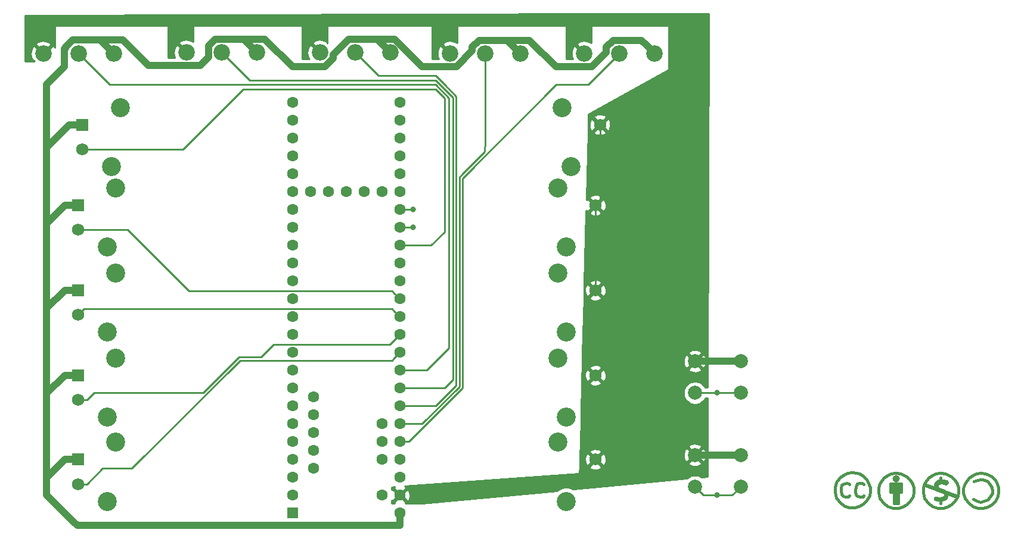
<source format=gbr>
%TF.GenerationSoftware,KiCad,Pcbnew,(5.1.4-0-10_14)*%
%TF.CreationDate,2020-08-04T22:12:35+02:00*%
%TF.ProjectId,usb-teensy3.6_kicad,7573622d-7465-4656-9e73-79332e365f6b,rev?*%
%TF.SameCoordinates,Original*%
%TF.FileFunction,Copper,L1,Top*%
%TF.FilePolarity,Positive*%
%FSLAX46Y46*%
G04 Gerber Fmt 4.6, Leading zero omitted, Abs format (unit mm)*
G04 Created by KiCad (PCBNEW (5.1.4-0-10_14)) date 2020-08-04 22:12:35*
%MOMM*%
%LPD*%
G04 APERTURE LIST*
%ADD10C,0.381000*%
%ADD11C,2.700000*%
%ADD12C,1.750000*%
%ADD13R,1.750000X1.750000*%
%ADD14C,1.600000*%
%ADD15R,1.600000X1.600000*%
%ADD16C,2.340000*%
%ADD17C,2.000000*%
%ADD18C,0.800000*%
%ADD19C,0.250000*%
%ADD20C,1.000000*%
%ADD21C,0.254000*%
G04 APERTURE END LIST*
D10*
X201409440Y-141644700D02*
X200810000Y-141545640D01*
X201810760Y-141743760D02*
X201409440Y-141644700D01*
X202311140Y-142046020D02*
X201810760Y-141743760D01*
X202808980Y-142543860D02*
X202311140Y-142046020D01*
X203111240Y-143044240D02*
X202808980Y-142543860D01*
X203309360Y-143646220D02*
X203111240Y-143044240D01*
X203309360Y-144245660D02*
X203309360Y-143646220D01*
X203210300Y-144845100D02*
X203309360Y-144245660D01*
X202808980Y-145546140D02*
X203210300Y-144845100D01*
X202311140Y-146043980D02*
X202808980Y-145546140D01*
X201709160Y-146346240D02*
X202311140Y-146043980D01*
X201109720Y-146544360D02*
X201709160Y-146346240D01*
X200309620Y-146544360D02*
X201109720Y-146544360D01*
X199611120Y-146244640D02*
X200309620Y-146544360D01*
X199110740Y-145845860D02*
X199611120Y-146244640D01*
X198508760Y-145144820D02*
X199110740Y-145845860D01*
X198310640Y-144344720D02*
X198508760Y-145144820D01*
X198310640Y-143745280D02*
X198310640Y-144344720D01*
X198409700Y-143244900D02*
X198310640Y-143745280D01*
X198610360Y-142846120D02*
X198409700Y-143244900D01*
X199110740Y-142244140D02*
X198610360Y-142846120D01*
X199611120Y-141845360D02*
X199110740Y-142244140D01*
X200108960Y-141644700D02*
X199611120Y-141845360D01*
X200710940Y-141545640D02*
X200108960Y-141644700D01*
X200810000Y-141545640D02*
X200710940Y-141545640D01*
X200210560Y-145045760D02*
X200411220Y-144845100D01*
X199809240Y-145045760D02*
X200210560Y-145045760D01*
X199509520Y-144944160D02*
X199809240Y-145045760D01*
X199308860Y-144644440D02*
X199509520Y-144944160D01*
X199209800Y-144144060D02*
X199308860Y-144644440D01*
X199209800Y-143745280D02*
X199209800Y-144144060D01*
X199308860Y-143343960D02*
X199209800Y-143745280D01*
X199611120Y-143145840D02*
X199308860Y-143343960D01*
X200009900Y-143044240D02*
X199611120Y-143145840D01*
X200309620Y-143145840D02*
X200009900Y-143044240D01*
X200411220Y-143244900D02*
X200309620Y-143145840D01*
X202311140Y-145045760D02*
X202410200Y-144845100D01*
X202008880Y-145045760D02*
X202311140Y-145045760D01*
X201810760Y-145045760D02*
X202008880Y-145045760D01*
X201409440Y-144845100D02*
X201810760Y-145045760D01*
X201208780Y-144443780D02*
X201409440Y-144845100D01*
X201208780Y-144045000D02*
X201208780Y-144443780D01*
X201310380Y-143544620D02*
X201208780Y-144045000D01*
X201511040Y-143145840D02*
X201310380Y-143544620D01*
X201810760Y-143044240D02*
X201511040Y-143145840D01*
X202110480Y-143044240D02*
X201810760Y-143044240D01*
X202311140Y-143145840D02*
X202110480Y-143044240D01*
X202410200Y-143244900D02*
X202311140Y-143145840D01*
X207609440Y-141744700D02*
X207010000Y-141645640D01*
X208010760Y-141843760D02*
X207609440Y-141744700D01*
X208511140Y-142146020D02*
X208010760Y-141843760D01*
X209008980Y-142643860D02*
X208511140Y-142146020D01*
X209311240Y-143144240D02*
X209008980Y-142643860D01*
X209509360Y-143746220D02*
X209311240Y-143144240D01*
X209509360Y-144345660D02*
X209509360Y-143746220D01*
X209410300Y-144945100D02*
X209509360Y-144345660D01*
X209008980Y-145646140D02*
X209410300Y-144945100D01*
X208511140Y-146143980D02*
X209008980Y-145646140D01*
X207909160Y-146446240D02*
X208511140Y-146143980D01*
X207309720Y-146644360D02*
X207909160Y-146446240D01*
X206509620Y-146644360D02*
X207309720Y-146644360D01*
X205811120Y-146344640D02*
X206509620Y-146644360D01*
X205310740Y-145945860D02*
X205811120Y-146344640D01*
X204708760Y-145244820D02*
X205310740Y-145945860D01*
X204510640Y-144444720D02*
X204708760Y-145244820D01*
X204510640Y-143845280D02*
X204510640Y-144444720D01*
X204609700Y-143344900D02*
X204510640Y-143845280D01*
X204810360Y-142946120D02*
X204609700Y-143344900D01*
X205310740Y-142344140D02*
X204810360Y-142946120D01*
X205811120Y-141945360D02*
X205310740Y-142344140D01*
X206308960Y-141744700D02*
X205811120Y-141945360D01*
X206910940Y-141645640D02*
X206308960Y-141744700D01*
X207010000Y-141645640D02*
X206910940Y-141645640D01*
X207325666Y-142445740D02*
G75*
G03X207325666Y-142445740I-315666J0D01*
G01*
X206209900Y-144345660D02*
X206209900Y-143144240D01*
X207711040Y-144345660D02*
X206209900Y-144345660D01*
X207711040Y-143144240D02*
X207711040Y-144345660D01*
X206209900Y-143144240D02*
X207711040Y-143144240D01*
X206710280Y-145945860D02*
X207210660Y-145945860D01*
X206710280Y-144444720D02*
X206710280Y-145945860D01*
X207309720Y-145945860D02*
X207309720Y-144345660D01*
X207109060Y-145945860D02*
X207309720Y-145945860D01*
X207010000Y-144444720D02*
X207010000Y-145745200D01*
X206209900Y-144045940D02*
X207510380Y-144045940D01*
X207510380Y-143746220D02*
X206308960Y-143746220D01*
X206308960Y-143443960D02*
X207609440Y-143443960D01*
X207010000Y-142245080D02*
X207010000Y-142643860D01*
X213959440Y-141744700D02*
X213360000Y-141645640D01*
X214360760Y-141843760D02*
X213959440Y-141744700D01*
X214861140Y-142146020D02*
X214360760Y-141843760D01*
X215358980Y-142643860D02*
X214861140Y-142146020D01*
X215661240Y-143144240D02*
X215358980Y-142643860D01*
X215859360Y-143746220D02*
X215661240Y-143144240D01*
X215859360Y-144345660D02*
X215859360Y-143746220D01*
X215760300Y-144945100D02*
X215859360Y-144345660D01*
X215358980Y-145646140D02*
X215760300Y-144945100D01*
X214861140Y-146143980D02*
X215358980Y-145646140D01*
X214259160Y-146446240D02*
X214861140Y-146143980D01*
X213659720Y-146644360D02*
X214259160Y-146446240D01*
X212859620Y-146644360D02*
X213659720Y-146644360D01*
X212161120Y-146344640D02*
X212859620Y-146644360D01*
X211660740Y-145945860D02*
X212161120Y-146344640D01*
X211058760Y-145244820D02*
X211660740Y-145945860D01*
X210860640Y-144444720D02*
X211058760Y-145244820D01*
X210860640Y-143845280D02*
X210860640Y-144444720D01*
X210959700Y-143344900D02*
X210860640Y-143845280D01*
X211160360Y-142946120D02*
X210959700Y-143344900D01*
X211660740Y-142344140D02*
X211160360Y-142946120D01*
X212161120Y-141945360D02*
X211660740Y-142344140D01*
X212658960Y-141744700D02*
X212161120Y-141945360D01*
X213260940Y-141645640D02*
X212658960Y-141744700D01*
X213360000Y-141645640D02*
X213260940Y-141645640D01*
X214061040Y-143144240D02*
X214259160Y-142946120D01*
X213758780Y-143045180D02*
X214061040Y-143144240D01*
X213459060Y-142946120D02*
X213758780Y-143045180D01*
X213060280Y-143045180D02*
X213459060Y-142946120D01*
X212859620Y-143245840D02*
X213060280Y-143045180D01*
X212760560Y-143443960D02*
X212859620Y-143245840D01*
X212859620Y-143746220D02*
X212760560Y-143443960D01*
X213060280Y-143944340D02*
X212859620Y-143746220D01*
X213659720Y-144045940D02*
X213060280Y-143944340D01*
X214061040Y-144345660D02*
X213659720Y-144045940D01*
X214160100Y-144645380D02*
X214061040Y-144345660D01*
X214160100Y-144945100D02*
X214160100Y-144645380D01*
X214061040Y-145145760D02*
X214160100Y-144945100D01*
X213860380Y-145343880D02*
X214061040Y-145145760D01*
X213560660Y-145445480D02*
X213860380Y-145343880D01*
X212859620Y-145445480D02*
X213560660Y-145445480D01*
X212559900Y-145343880D02*
X212859620Y-145445480D01*
X212559900Y-145145760D02*
X212559900Y-145343880D01*
X212658960Y-145145760D02*
X212559900Y-145145760D01*
X213159340Y-145244820D02*
X212658960Y-145145760D01*
X213659720Y-145145760D02*
X213159340Y-145244820D01*
X213959440Y-144945100D02*
X213659720Y-145145760D01*
X213959440Y-144543780D02*
X213959440Y-144945100D01*
X213659720Y-144345660D02*
X213959440Y-144543780D01*
X212859620Y-144045940D02*
X213659720Y-144345660D01*
X212658960Y-143845280D02*
X212859620Y-144045940D01*
X212559900Y-143545560D02*
X212658960Y-143845280D01*
X212559900Y-143245840D02*
X212559900Y-143545560D01*
X212658960Y-143045180D02*
X212559900Y-143245840D01*
X212859620Y-142844520D02*
X212658960Y-143045180D01*
X213060280Y-142745460D02*
X212859620Y-142844520D01*
X213758780Y-142745460D02*
X213060280Y-142745460D01*
X214160100Y-142844520D02*
X213758780Y-142745460D01*
X214259160Y-142946120D02*
X214160100Y-142844520D01*
X211058760Y-143245840D02*
X215760300Y-144945100D01*
X210959700Y-143344900D02*
X215559640Y-145044160D01*
X213360000Y-142643860D02*
X213360000Y-142344140D01*
X213360000Y-145945860D02*
X213360000Y-145844260D01*
X213360000Y-145445480D02*
X213360000Y-145945860D01*
X219674440Y-141744700D02*
X219075000Y-141645640D01*
X220075760Y-141843760D02*
X219674440Y-141744700D01*
X220576140Y-142146020D02*
X220075760Y-141843760D01*
X221073980Y-142643860D02*
X220576140Y-142146020D01*
X221376240Y-143144240D02*
X221073980Y-142643860D01*
X221574360Y-143746220D02*
X221376240Y-143144240D01*
X221574360Y-144345660D02*
X221574360Y-143746220D01*
X221475300Y-144945100D02*
X221574360Y-144345660D01*
X221073980Y-145646140D02*
X221475300Y-144945100D01*
X220576140Y-146143980D02*
X221073980Y-145646140D01*
X219974160Y-146446240D02*
X220576140Y-146143980D01*
X219374720Y-146644360D02*
X219974160Y-146446240D01*
X218574620Y-146644360D02*
X219374720Y-146644360D01*
X217876120Y-146344640D02*
X218574620Y-146644360D01*
X217375740Y-145945860D02*
X217876120Y-146344640D01*
X216773760Y-145244820D02*
X217375740Y-145945860D01*
X216575640Y-144444720D02*
X216773760Y-145244820D01*
X216575640Y-143845280D02*
X216575640Y-144444720D01*
X216674700Y-143344900D02*
X216575640Y-143845280D01*
X216875360Y-142946120D02*
X216674700Y-143344900D01*
X217375740Y-142344140D02*
X216875360Y-142946120D01*
X217876120Y-141945360D02*
X217375740Y-142344140D01*
X218373960Y-141744700D02*
X217876120Y-141945360D01*
X218975940Y-141645640D02*
X218373960Y-141744700D01*
X219075000Y-141645640D02*
X218975940Y-141645640D01*
X218574620Y-142643860D02*
X218074240Y-142844520D01*
X218975940Y-142544800D02*
X218574620Y-142643860D01*
X219374720Y-142544800D02*
X218975940Y-142544800D01*
X219974160Y-142844520D02*
X219374720Y-142544800D01*
X220273880Y-143144240D02*
X219974160Y-142844520D01*
X220576140Y-143644620D02*
X220273880Y-143144240D01*
X220675200Y-144145000D02*
X220576140Y-143644620D01*
X220675200Y-144543780D02*
X220675200Y-144145000D01*
X220375480Y-145044160D02*
X220675200Y-144543780D01*
X219974160Y-145445480D02*
X220375480Y-145044160D01*
X219473780Y-145646140D02*
X219974160Y-145445480D01*
X218975940Y-145745200D02*
X219473780Y-145646140D01*
X218475560Y-145646140D02*
X218975940Y-145745200D01*
X217975180Y-145343880D02*
X218475560Y-145646140D01*
D11*
X160155000Y-121590000D03*
X94955000Y-121590000D03*
X158955000Y-113190000D03*
X96155000Y-113190000D03*
D12*
X164305000Y-115640000D03*
X90805000Y-119140000D03*
D13*
X90805000Y-115640000D03*
D11*
X160155000Y-145650000D03*
X94955000Y-145650000D03*
X158955000Y-137250000D03*
X96155000Y-137250000D03*
D12*
X164305000Y-139700000D03*
X90805000Y-143200000D03*
D13*
X90805000Y-139700000D03*
D14*
X124285000Y-130810000D03*
X124285000Y-133350000D03*
X124285000Y-135890000D03*
X124285000Y-138430000D03*
X124285000Y-140970000D03*
X133985000Y-134620000D03*
X133985000Y-137160000D03*
X133985000Y-139700000D03*
X133985000Y-144780000D03*
X136525000Y-147320000D03*
X136525000Y-144780000D03*
X136525000Y-142240000D03*
X136525000Y-139700000D03*
X136525000Y-137160000D03*
X136525000Y-134620000D03*
X136525000Y-132080000D03*
X136525000Y-129540000D03*
X136525000Y-127000000D03*
X136525000Y-124460000D03*
X136525000Y-121920000D03*
X136525000Y-119380000D03*
X136525000Y-116840000D03*
X136525000Y-114300000D03*
X136525000Y-111760000D03*
X136525000Y-109220000D03*
D15*
X121285000Y-147320000D03*
D14*
X121285000Y-144780000D03*
X121285000Y-142240000D03*
X121285000Y-139700000D03*
X121285000Y-137160000D03*
X121285000Y-134620000D03*
X121285000Y-132080000D03*
X121285000Y-129540000D03*
X121285000Y-127000000D03*
X121285000Y-124460000D03*
X121285000Y-121920000D03*
X121285000Y-119380000D03*
X121285000Y-116840000D03*
X136525000Y-106680000D03*
X136525000Y-104140000D03*
X136525000Y-101600000D03*
X136525000Y-99060000D03*
X136525000Y-96520000D03*
X136525000Y-93980000D03*
X136525000Y-91440000D03*
X136525000Y-88900000D03*
X133985000Y-101600000D03*
X131445000Y-101600000D03*
X128905000Y-101600000D03*
X126365000Y-101600000D03*
X123825000Y-101600000D03*
X121285000Y-88900000D03*
X121285000Y-91440000D03*
X121285000Y-93980000D03*
X121285000Y-96520000D03*
X121285000Y-114300000D03*
X121285000Y-111760000D03*
X121285000Y-109220000D03*
X121285000Y-99060000D03*
X121285000Y-101600000D03*
X121285000Y-104140000D03*
X121285000Y-106680000D03*
D11*
X160155000Y-109490000D03*
X94955000Y-109490000D03*
X158955000Y-101090000D03*
X96155000Y-101090000D03*
D12*
X164305000Y-103540000D03*
X90805000Y-107040000D03*
D13*
X90805000Y-103540000D03*
D11*
X160155000Y-133690000D03*
X94955000Y-133690000D03*
X158955000Y-125290000D03*
X96155000Y-125290000D03*
D12*
X164305000Y-127740000D03*
X90805000Y-131240000D03*
D13*
X90805000Y-127740000D03*
D11*
X160790000Y-98025000D03*
X95590000Y-98025000D03*
X159590000Y-89625000D03*
X96790000Y-89625000D03*
D12*
X164940000Y-92075000D03*
X91440000Y-95575000D03*
D13*
X91440000Y-92075000D03*
D16*
X172720000Y-81915000D03*
X167720000Y-81915000D03*
X162720000Y-81915000D03*
D17*
X184935000Y-125730000D03*
X184935000Y-130230000D03*
X178435000Y-125730000D03*
X178435000Y-130230000D03*
X184935000Y-139065000D03*
X184935000Y-143565000D03*
X178435000Y-139065000D03*
X178435000Y-143565000D03*
D16*
X153670000Y-81915000D03*
X148670000Y-81915000D03*
X143670000Y-81915000D03*
X135175000Y-81755000D03*
X130175000Y-81755000D03*
X125175000Y-81755000D03*
X116205000Y-81755000D03*
X111205000Y-81755000D03*
X106205000Y-81755000D03*
X95885000Y-81915000D03*
X90885000Y-81915000D03*
X85885000Y-81915000D03*
D18*
X138430000Y-106680000D03*
X181610000Y-144780000D03*
X138430000Y-104140000D03*
X181555000Y-130230000D03*
D19*
X141605000Y-85090000D02*
X142875000Y-86360000D01*
X164940000Y-92075000D02*
X164940000Y-102905000D01*
X164305000Y-103540000D02*
X164305000Y-115640000D01*
X164940000Y-102905000D02*
X164305000Y-103540000D01*
D20*
X178435000Y-139065000D02*
X184935000Y-139065000D01*
X178435000Y-125730000D02*
X184935000Y-125730000D01*
D19*
X136525000Y-106680000D02*
X138430000Y-106680000D01*
X179650000Y-144780000D02*
X181610000Y-144780000D01*
X183720000Y-144780000D02*
X184935000Y-143565000D01*
X178435000Y-143565000D02*
X179650000Y-144780000D01*
X181610000Y-144780000D02*
X183720000Y-144780000D01*
X178435000Y-130230000D02*
X181555000Y-130230000D01*
X138430000Y-104140000D02*
X136525000Y-104140000D01*
X181555000Y-130230000D02*
X184935000Y-130230000D01*
D20*
X86360000Y-95280000D02*
X86360000Y-96520000D01*
X91440000Y-92075000D02*
X89565000Y-92075000D01*
X89565000Y-92075000D02*
X86360000Y-95280000D01*
X86360000Y-96520000D02*
X86360000Y-86360000D01*
X86360000Y-106110000D02*
X86360000Y-107950000D01*
X90805000Y-103540000D02*
X88930000Y-103540000D01*
X86360000Y-107950000D02*
X86360000Y-96520000D01*
X88930000Y-103540000D02*
X86360000Y-106110000D01*
X86360000Y-118210000D02*
X86360000Y-120650000D01*
X88930000Y-115640000D02*
X86360000Y-118210000D01*
X86360000Y-120650000D02*
X86360000Y-107950000D01*
X90805000Y-115640000D02*
X88930000Y-115640000D01*
X88930000Y-127740000D02*
X86360000Y-130310000D01*
X86360000Y-130310000D02*
X86360000Y-130810000D01*
X90805000Y-127740000D02*
X88930000Y-127740000D01*
X86360000Y-130810000D02*
X86360000Y-120650000D01*
X86360000Y-142270000D02*
X86360000Y-143510000D01*
X88930000Y-139700000D02*
X86360000Y-142270000D01*
X86360000Y-143510000D02*
X86360000Y-130810000D01*
X90805000Y-139700000D02*
X88930000Y-139700000D01*
X86360000Y-144780000D02*
X86360000Y-143510000D01*
X86360000Y-86360000D02*
X88900000Y-83820000D01*
X93980000Y-80010000D02*
X95885000Y-81915000D01*
X115035001Y-80585001D02*
X116205000Y-81755000D01*
X114334999Y-79884999D02*
X115035001Y-80585001D01*
X110307399Y-79884999D02*
X114334999Y-79884999D01*
X109334999Y-82435001D02*
X109334999Y-80857399D01*
X108144999Y-83625001D02*
X109334999Y-82435001D01*
X100770001Y-83625001D02*
X108144999Y-83625001D01*
X97155000Y-80010000D02*
X100770001Y-83625001D01*
X109334999Y-80857399D02*
X110307399Y-79884999D01*
X93980000Y-80010000D02*
X97155000Y-80010000D01*
X133304999Y-79884999D02*
X135175000Y-81755000D01*
X127045001Y-82117397D02*
X129277399Y-79884999D01*
X129277399Y-79884999D02*
X133304999Y-79884999D01*
X125877602Y-83820000D02*
X127045001Y-82652601D01*
X121285000Y-83820000D02*
X125877602Y-83820000D01*
X117349999Y-79884999D02*
X121285000Y-83820000D01*
X127045001Y-82652601D02*
X127045001Y-82117397D01*
X114334999Y-79884999D02*
X117349999Y-79884999D01*
X139700000Y-83820000D02*
X135764999Y-79884999D01*
X135764999Y-79884999D02*
X133304999Y-79884999D01*
X144532602Y-83820000D02*
X139700000Y-83820000D01*
X151799999Y-80044999D02*
X147772399Y-80044999D01*
X146799999Y-81552603D02*
X144532602Y-83820000D01*
X147772399Y-80044999D02*
X146799999Y-81017399D01*
X146799999Y-81017399D02*
X146799999Y-81552603D01*
X153670000Y-81915000D02*
X151799999Y-80044999D01*
X151799999Y-80044999D02*
X154905001Y-80044999D01*
X154905001Y-80044999D02*
X158680002Y-83820000D01*
X158680002Y-83820000D02*
X163830000Y-83820000D01*
X170849999Y-80044999D02*
X171550001Y-80745001D01*
X166822399Y-80044999D02*
X170849999Y-80044999D01*
X171550001Y-80745001D02*
X172720000Y-81915000D01*
X165849999Y-81017399D02*
X166822399Y-80044999D01*
X165849999Y-81800001D02*
X165849999Y-81017399D01*
X163830000Y-83820000D02*
X165849999Y-81800001D01*
X90022398Y-80010000D02*
X90805000Y-80010000D01*
X89014999Y-81017399D02*
X90022398Y-80010000D01*
X89014999Y-81165001D02*
X89014999Y-81017399D01*
X88900000Y-81280000D02*
X89014999Y-81165001D01*
X88900000Y-83820000D02*
X88900000Y-81280000D01*
X90805000Y-80010000D02*
X93980000Y-80010000D01*
X136525000Y-147320000D02*
X136525000Y-149109990D01*
X90689990Y-149109990D02*
X90170000Y-148590000D01*
X136525000Y-149109990D02*
X90689990Y-149109990D01*
X90170000Y-148590000D02*
X86360000Y-144780000D01*
D19*
X140970000Y-109220000D02*
X136525000Y-109220000D01*
X142875000Y-107315000D02*
X140970000Y-109220000D01*
X142875000Y-88269230D02*
X142875000Y-107315000D01*
X141600770Y-86995000D02*
X142875000Y-88269230D01*
X114300000Y-86995000D02*
X141600770Y-86995000D01*
X105720000Y-95575000D02*
X114300000Y-86995000D01*
X91440000Y-95575000D02*
X105720000Y-95575000D01*
X135725001Y-116040001D02*
X136525000Y-116840000D01*
X135399999Y-115714999D02*
X135725001Y-116040001D01*
X106535001Y-115714999D02*
X135399999Y-115714999D01*
X97860002Y-107040000D02*
X106535001Y-115714999D01*
X90805000Y-107040000D02*
X97860002Y-107040000D01*
X135725001Y-118580001D02*
X136525000Y-119380000D01*
X135399999Y-118254999D02*
X135725001Y-118580001D01*
X91690001Y-118254999D02*
X135399999Y-118254999D01*
X90805000Y-119140000D02*
X91690001Y-118254999D01*
X92042436Y-131240000D02*
X90805000Y-131240000D01*
X93107436Y-130175000D02*
X92042436Y-131240000D01*
X108583590Y-130175000D02*
X93107436Y-130175000D01*
X113664295Y-125094295D02*
X108583590Y-130175000D01*
X116839295Y-125094295D02*
X113664295Y-125094295D01*
X118600001Y-123334999D02*
X116840000Y-125095000D01*
X116840000Y-125095000D02*
X116839295Y-125094295D01*
X135110001Y-123334999D02*
X118600001Y-123334999D01*
X136525000Y-121920000D02*
X135110001Y-123334999D01*
X135725001Y-125259999D02*
X136525000Y-124460000D01*
X135399999Y-125585001D02*
X135725001Y-125259999D01*
X113809999Y-125585001D02*
X135399999Y-125585001D01*
X98425000Y-140970000D02*
X113809999Y-125585001D01*
X92042436Y-143200000D02*
X94272436Y-140970000D01*
X94272436Y-140970000D02*
X98425000Y-140970000D01*
X90805000Y-143200000D02*
X92042436Y-143200000D01*
X140335000Y-127000000D02*
X136525000Y-127000000D01*
X143510000Y-123825000D02*
X140335000Y-127000000D01*
X143510000Y-88267820D02*
X143510000Y-123825000D01*
X141602180Y-86360000D02*
X143510000Y-88267820D01*
X95330000Y-86360000D02*
X141602180Y-86360000D01*
X90885000Y-81915000D02*
X95330000Y-86360000D01*
X115175000Y-85725000D02*
X115570000Y-85725000D01*
X111205000Y-81755000D02*
X115175000Y-85725000D01*
X140971410Y-85725000D02*
X115570000Y-85725000D01*
X140971410Y-85725000D02*
X140970000Y-85725000D01*
X136525000Y-129540000D02*
X141605000Y-129540000D01*
X142875000Y-129540000D02*
X144064970Y-128350030D01*
X141605000Y-129540000D02*
X142875000Y-129540000D01*
X144064970Y-128350030D02*
X144064970Y-88186380D01*
X144064970Y-88186380D02*
X141603590Y-85725000D01*
X141603590Y-85725000D02*
X140970000Y-85725000D01*
X130175000Y-81755000D02*
X133510000Y-85090000D01*
X133510000Y-85090000D02*
X141605000Y-85090000D01*
X136525000Y-132080000D02*
X141602180Y-132080000D01*
X141602180Y-132080000D02*
X144514980Y-129167200D01*
X144514980Y-87999980D02*
X142875000Y-86360000D01*
X144514980Y-129167200D02*
X144514980Y-87999980D01*
X139698590Y-134620000D02*
X144964990Y-129353600D01*
X148670000Y-81915000D02*
X148670000Y-95170000D01*
X148590000Y-95250000D02*
X148590000Y-95883590D01*
X148670000Y-95170000D02*
X148590000Y-95250000D01*
X148590000Y-95883590D02*
X145414295Y-99059295D01*
X145414295Y-99059295D02*
X144964990Y-99508600D01*
X144964989Y-129353601D02*
X139698590Y-134620000D01*
X144964990Y-99508600D02*
X144964989Y-129353601D01*
X139698590Y-134620000D02*
X136525000Y-134620000D01*
X163275000Y-86360000D02*
X167720000Y-81915000D01*
X137795000Y-137160000D02*
X145415000Y-129540000D01*
X158750000Y-86360000D02*
X163275000Y-86360000D01*
X136525000Y-137160000D02*
X137795000Y-137160000D01*
X145415000Y-99695000D02*
X158750000Y-86360000D01*
X145415000Y-129540000D02*
X145415000Y-99695000D01*
D21*
G36*
X180243660Y-129470000D02*
G01*
X179889909Y-129470000D01*
X179883918Y-129455537D01*
X179704987Y-129187748D01*
X179477252Y-128960013D01*
X179209463Y-128781082D01*
X178911912Y-128657832D01*
X178596033Y-128595000D01*
X178273967Y-128595000D01*
X177958088Y-128657832D01*
X177660537Y-128781082D01*
X177392748Y-128960013D01*
X177165013Y-129187748D01*
X176986082Y-129455537D01*
X176862832Y-129753088D01*
X176800000Y-130068967D01*
X176800000Y-130391033D01*
X176862832Y-130706912D01*
X176986082Y-131004463D01*
X177165013Y-131272252D01*
X177392748Y-131499987D01*
X177660537Y-131678918D01*
X177958088Y-131802168D01*
X178273967Y-131865000D01*
X178596033Y-131865000D01*
X178911912Y-131802168D01*
X179209463Y-131678918D01*
X179477252Y-131499987D01*
X179704987Y-131272252D01*
X179883918Y-131004463D01*
X179889909Y-130990000D01*
X180240010Y-130990000D01*
X180213277Y-142124323D01*
X179343791Y-142205837D01*
X179209463Y-142116082D01*
X178911912Y-141992832D01*
X178596033Y-141930000D01*
X178273967Y-141930000D01*
X177958088Y-141992832D01*
X177660537Y-142116082D01*
X177392748Y-142295013D01*
X177289317Y-142398444D01*
X161129010Y-143913473D01*
X161095250Y-143890915D01*
X160734003Y-143741282D01*
X160350505Y-143665000D01*
X159959495Y-143665000D01*
X159575997Y-143741282D01*
X159214750Y-143890915D01*
X158889636Y-144108149D01*
X158872792Y-144124993D01*
X139694055Y-145923000D01*
X137293998Y-145923000D01*
X137338097Y-145772702D01*
X136525000Y-144959605D01*
X135711903Y-145772702D01*
X135756002Y-145923000D01*
X135382000Y-145923000D01*
X135382000Y-145548998D01*
X135532298Y-145593097D01*
X136345395Y-144780000D01*
X136704605Y-144780000D01*
X137517702Y-145593097D01*
X137761671Y-145521514D01*
X137882571Y-145266004D01*
X137951300Y-144991816D01*
X137965217Y-144709488D01*
X137923787Y-144429870D01*
X137828603Y-144163708D01*
X137761671Y-144038486D01*
X137517702Y-143966903D01*
X136704605Y-144780000D01*
X136345395Y-144780000D01*
X135532298Y-143966903D01*
X135382000Y-144011002D01*
X135382000Y-143628252D01*
X135766630Y-143600778D01*
X135711903Y-143787298D01*
X136525000Y-144600395D01*
X137338097Y-143787298D01*
X137266514Y-143543329D01*
X137202008Y-143512806D01*
X137204727Y-143511680D01*
X137227555Y-143496427D01*
X161934048Y-141731677D01*
X161958588Y-141727478D01*
X161981837Y-141718572D01*
X162002902Y-141705301D01*
X162020973Y-141688176D01*
X162035355Y-141667855D01*
X162045497Y-141645118D01*
X162051008Y-141620839D01*
X162051961Y-141608154D01*
X162073374Y-140746240D01*
X163438365Y-140746240D01*
X163519025Y-140997868D01*
X163787329Y-141126267D01*
X164075526Y-141199855D01*
X164372543Y-141215804D01*
X164666963Y-141173501D01*
X164947474Y-141074572D01*
X165090975Y-140997868D01*
X165171635Y-140746240D01*
X164305000Y-139879605D01*
X163438365Y-140746240D01*
X162073374Y-140746240D01*
X162097690Y-139767543D01*
X162789196Y-139767543D01*
X162831499Y-140061963D01*
X162930428Y-140342474D01*
X163007132Y-140485975D01*
X163258760Y-140566635D01*
X164125395Y-139700000D01*
X164484605Y-139700000D01*
X165351240Y-140566635D01*
X165602868Y-140485975D01*
X165731267Y-140217671D01*
X165735673Y-140200413D01*
X177479192Y-140200413D01*
X177574956Y-140464814D01*
X177864571Y-140605704D01*
X178176108Y-140687384D01*
X178497595Y-140706718D01*
X178816675Y-140662961D01*
X179121088Y-140557795D01*
X179295044Y-140464814D01*
X179390808Y-140200413D01*
X178435000Y-139244605D01*
X177479192Y-140200413D01*
X165735673Y-140200413D01*
X165804855Y-139929474D01*
X165820804Y-139632457D01*
X165778501Y-139338037D01*
X165704284Y-139127595D01*
X176793282Y-139127595D01*
X176837039Y-139446675D01*
X176942205Y-139751088D01*
X177035186Y-139925044D01*
X177299587Y-140020808D01*
X178255395Y-139065000D01*
X178614605Y-139065000D01*
X179570413Y-140020808D01*
X179834814Y-139925044D01*
X179975704Y-139635429D01*
X180057384Y-139323892D01*
X180076718Y-139002405D01*
X180032961Y-138683325D01*
X179927795Y-138378912D01*
X179834814Y-138204956D01*
X179570413Y-138109192D01*
X178614605Y-139065000D01*
X178255395Y-139065000D01*
X177299587Y-138109192D01*
X177035186Y-138204956D01*
X176894296Y-138494571D01*
X176812616Y-138806108D01*
X176793282Y-139127595D01*
X165704284Y-139127595D01*
X165679572Y-139057526D01*
X165602868Y-138914025D01*
X165351240Y-138833365D01*
X164484605Y-139700000D01*
X164125395Y-139700000D01*
X163258760Y-138833365D01*
X163007132Y-138914025D01*
X162878733Y-139182329D01*
X162805145Y-139470526D01*
X162789196Y-139767543D01*
X162097690Y-139767543D01*
X162125361Y-138653760D01*
X163438365Y-138653760D01*
X164305000Y-139520395D01*
X165171635Y-138653760D01*
X165090975Y-138402132D01*
X164822671Y-138273733D01*
X164534474Y-138200145D01*
X164237457Y-138184196D01*
X163943037Y-138226499D01*
X163662526Y-138325428D01*
X163519025Y-138402132D01*
X163438365Y-138653760D01*
X162125361Y-138653760D01*
X162143352Y-137929587D01*
X177479192Y-137929587D01*
X178435000Y-138885395D01*
X179390808Y-137929587D01*
X179295044Y-137665186D01*
X179005429Y-137524296D01*
X178693892Y-137442616D01*
X178372405Y-137423282D01*
X178053325Y-137467039D01*
X177748912Y-137572205D01*
X177574956Y-137665186D01*
X177479192Y-137929587D01*
X162143352Y-137929587D01*
X162370516Y-128786240D01*
X163438365Y-128786240D01*
X163519025Y-129037868D01*
X163787329Y-129166267D01*
X164075526Y-129239855D01*
X164372543Y-129255804D01*
X164666963Y-129213501D01*
X164947474Y-129114572D01*
X165090975Y-129037868D01*
X165171635Y-128786240D01*
X164305000Y-127919605D01*
X163438365Y-128786240D01*
X162370516Y-128786240D01*
X162394832Y-127807543D01*
X162789196Y-127807543D01*
X162831499Y-128101963D01*
X162930428Y-128382474D01*
X163007132Y-128525975D01*
X163258760Y-128606635D01*
X164125395Y-127740000D01*
X164484605Y-127740000D01*
X165351240Y-128606635D01*
X165602868Y-128525975D01*
X165731267Y-128257671D01*
X165804855Y-127969474D01*
X165820804Y-127672457D01*
X165778501Y-127378037D01*
X165679572Y-127097526D01*
X165602868Y-126954025D01*
X165351240Y-126873365D01*
X164484605Y-127740000D01*
X164125395Y-127740000D01*
X163258760Y-126873365D01*
X163007132Y-126954025D01*
X162878733Y-127222329D01*
X162805145Y-127510526D01*
X162789196Y-127807543D01*
X162394832Y-127807543D01*
X162422503Y-126693760D01*
X163438365Y-126693760D01*
X164305000Y-127560395D01*
X164999982Y-126865413D01*
X177479192Y-126865413D01*
X177574956Y-127129814D01*
X177864571Y-127270704D01*
X178176108Y-127352384D01*
X178497595Y-127371718D01*
X178816675Y-127327961D01*
X179121088Y-127222795D01*
X179295044Y-127129814D01*
X179390808Y-126865413D01*
X178435000Y-125909605D01*
X177479192Y-126865413D01*
X164999982Y-126865413D01*
X165171635Y-126693760D01*
X165090975Y-126442132D01*
X164822671Y-126313733D01*
X164534474Y-126240145D01*
X164237457Y-126224196D01*
X163943037Y-126266499D01*
X163662526Y-126365428D01*
X163519025Y-126442132D01*
X163438365Y-126693760D01*
X162422503Y-126693760D01*
X162444892Y-125792595D01*
X176793282Y-125792595D01*
X176837039Y-126111675D01*
X176942205Y-126416088D01*
X177035186Y-126590044D01*
X177299587Y-126685808D01*
X178255395Y-125730000D01*
X178614605Y-125730000D01*
X179570413Y-126685808D01*
X179834814Y-126590044D01*
X179975704Y-126300429D01*
X180057384Y-125988892D01*
X180076718Y-125667405D01*
X180032961Y-125348325D01*
X179927795Y-125043912D01*
X179834814Y-124869956D01*
X179570413Y-124774192D01*
X178614605Y-125730000D01*
X178255395Y-125730000D01*
X177299587Y-124774192D01*
X177035186Y-124869956D01*
X176894296Y-125159571D01*
X176812616Y-125471108D01*
X176793282Y-125792595D01*
X162444892Y-125792595D01*
X162474656Y-124594587D01*
X177479192Y-124594587D01*
X178435000Y-125550395D01*
X179390808Y-124594587D01*
X179295044Y-124330186D01*
X179005429Y-124189296D01*
X178693892Y-124107616D01*
X178372405Y-124088282D01*
X178053325Y-124132039D01*
X177748912Y-124237205D01*
X177574956Y-124330186D01*
X177479192Y-124594587D01*
X162474656Y-124594587D01*
X162671137Y-116686240D01*
X163438365Y-116686240D01*
X163519025Y-116937868D01*
X163787329Y-117066267D01*
X164075526Y-117139855D01*
X164372543Y-117155804D01*
X164666963Y-117113501D01*
X164947474Y-117014572D01*
X165090975Y-116937868D01*
X165171635Y-116686240D01*
X164305000Y-115819605D01*
X163438365Y-116686240D01*
X162671137Y-116686240D01*
X162695453Y-115707543D01*
X162789196Y-115707543D01*
X162831499Y-116001963D01*
X162930428Y-116282474D01*
X163007132Y-116425975D01*
X163258760Y-116506635D01*
X164125395Y-115640000D01*
X164484605Y-115640000D01*
X165351240Y-116506635D01*
X165602868Y-116425975D01*
X165731267Y-116157671D01*
X165804855Y-115869474D01*
X165820804Y-115572457D01*
X165778501Y-115278037D01*
X165679572Y-114997526D01*
X165602868Y-114854025D01*
X165351240Y-114773365D01*
X164484605Y-115640000D01*
X164125395Y-115640000D01*
X163258760Y-114773365D01*
X163007132Y-114854025D01*
X162878733Y-115122329D01*
X162805145Y-115410526D01*
X162789196Y-115707543D01*
X162695453Y-115707543D01*
X162723124Y-114593760D01*
X163438365Y-114593760D01*
X164305000Y-115460395D01*
X165171635Y-114593760D01*
X165090975Y-114342132D01*
X164822671Y-114213733D01*
X164534474Y-114140145D01*
X164237457Y-114124196D01*
X163943037Y-114166499D01*
X163662526Y-114265428D01*
X163519025Y-114342132D01*
X163438365Y-114593760D01*
X162723124Y-114593760D01*
X162971759Y-104586240D01*
X163438365Y-104586240D01*
X163519025Y-104837868D01*
X163787329Y-104966267D01*
X164075526Y-105039855D01*
X164372543Y-105055804D01*
X164666963Y-105013501D01*
X164947474Y-104914572D01*
X165090975Y-104837868D01*
X165171635Y-104586240D01*
X164305000Y-103719605D01*
X163438365Y-104586240D01*
X162971759Y-104586240D01*
X162979510Y-104274299D01*
X163007132Y-104325975D01*
X163258760Y-104406635D01*
X164125395Y-103540000D01*
X164484605Y-103540000D01*
X165351240Y-104406635D01*
X165602868Y-104325975D01*
X165731267Y-104057671D01*
X165804855Y-103769474D01*
X165820804Y-103472457D01*
X165778501Y-103178037D01*
X165679572Y-102897526D01*
X165602868Y-102754025D01*
X165351240Y-102673365D01*
X164484605Y-103540000D01*
X164125395Y-103540000D01*
X163258760Y-102673365D01*
X163017362Y-102750746D01*
X163023746Y-102493760D01*
X163438365Y-102493760D01*
X164305000Y-103360395D01*
X165171635Y-102493760D01*
X165090975Y-102242132D01*
X164822671Y-102113733D01*
X164534474Y-102040145D01*
X164237457Y-102024196D01*
X163943037Y-102066499D01*
X163662526Y-102165428D01*
X163519025Y-102242132D01*
X163438365Y-102493760D01*
X163023746Y-102493760D01*
X163256603Y-93121240D01*
X164073365Y-93121240D01*
X164154025Y-93372868D01*
X164422329Y-93501267D01*
X164710526Y-93574855D01*
X165007543Y-93590804D01*
X165301963Y-93548501D01*
X165582474Y-93449572D01*
X165725975Y-93372868D01*
X165806635Y-93121240D01*
X164940000Y-92254605D01*
X164073365Y-93121240D01*
X163256603Y-93121240D01*
X163280919Y-92142543D01*
X163424196Y-92142543D01*
X163466499Y-92436963D01*
X163565428Y-92717474D01*
X163642132Y-92860975D01*
X163893760Y-92941635D01*
X164760395Y-92075000D01*
X165119605Y-92075000D01*
X165986240Y-92941635D01*
X166237868Y-92860975D01*
X166366267Y-92592671D01*
X166439855Y-92304474D01*
X166455804Y-92007457D01*
X166413501Y-91713037D01*
X166314572Y-91432526D01*
X166237868Y-91289025D01*
X165986240Y-91208365D01*
X165119605Y-92075000D01*
X164760395Y-92075000D01*
X163893760Y-91208365D01*
X163642132Y-91289025D01*
X163513733Y-91557329D01*
X163440145Y-91845526D01*
X163424196Y-92142543D01*
X163280919Y-92142543D01*
X163308591Y-91028760D01*
X164073365Y-91028760D01*
X164940000Y-91895395D01*
X165806635Y-91028760D01*
X165725975Y-90777132D01*
X165457671Y-90648733D01*
X165169474Y-90575145D01*
X164872457Y-90559196D01*
X164578037Y-90601499D01*
X164297526Y-90700428D01*
X164154025Y-90777132D01*
X164073365Y-91028760D01*
X163308591Y-91028760D01*
X163320157Y-90563251D01*
X174686677Y-84248518D01*
X174707150Y-84234352D01*
X174724467Y-84216465D01*
X174737961Y-84195542D01*
X174747114Y-84172390D01*
X174752000Y-84137500D01*
X174752000Y-78105000D01*
X174749560Y-78080224D01*
X174742333Y-78056399D01*
X174730597Y-78034443D01*
X174714803Y-78015197D01*
X174695557Y-77999403D01*
X174673601Y-77987667D01*
X174649776Y-77980440D01*
X174625000Y-77978000D01*
X163830000Y-77978000D01*
X163805224Y-77980440D01*
X163781399Y-77987667D01*
X163759443Y-77999403D01*
X163740197Y-78015197D01*
X163724403Y-78034443D01*
X163712667Y-78056399D01*
X163705440Y-78080224D01*
X163703000Y-78105000D01*
X163703000Y-80430595D01*
X163680725Y-80376611D01*
X163362140Y-80218743D01*
X163018878Y-80126062D01*
X162664131Y-80102127D01*
X162311530Y-80147861D01*
X161974627Y-80261505D01*
X161759275Y-80376611D01*
X161643003Y-80658398D01*
X162720000Y-81735395D01*
X162734143Y-81721253D01*
X162913748Y-81900858D01*
X162899605Y-81915000D01*
X162913748Y-81929143D01*
X162734143Y-82108748D01*
X162720000Y-82094605D01*
X162705858Y-82108748D01*
X162526253Y-81929143D01*
X162540395Y-81915000D01*
X161463398Y-80838003D01*
X161181611Y-80954275D01*
X161023743Y-81272860D01*
X160931062Y-81616122D01*
X160907127Y-81970869D01*
X160952861Y-82323470D01*
X161066505Y-82660373D01*
X161079668Y-82685000D01*
X160147000Y-82685000D01*
X160147000Y-78105000D01*
X160144560Y-78080224D01*
X160137333Y-78056399D01*
X160125597Y-78034443D01*
X160109803Y-78015197D01*
X160090557Y-77999403D01*
X160068601Y-77987667D01*
X160044776Y-77980440D01*
X160020000Y-77978000D01*
X144780000Y-77978000D01*
X144755224Y-77980440D01*
X144731399Y-77987667D01*
X144709443Y-77999403D01*
X144690197Y-78015197D01*
X144674403Y-78034443D01*
X144662667Y-78056399D01*
X144655440Y-78080224D01*
X144653000Y-78105000D01*
X144653000Y-80430595D01*
X144630725Y-80376611D01*
X144312140Y-80218743D01*
X143968878Y-80126062D01*
X143614131Y-80102127D01*
X143261530Y-80147861D01*
X142924627Y-80261505D01*
X142709275Y-80376611D01*
X142593003Y-80658398D01*
X143670000Y-81735395D01*
X143684143Y-81721253D01*
X143863748Y-81900858D01*
X143849605Y-81915000D01*
X143863748Y-81929143D01*
X143684143Y-82108748D01*
X143670000Y-82094605D01*
X143655858Y-82108748D01*
X143476253Y-81929143D01*
X143490395Y-81915000D01*
X142413398Y-80838003D01*
X142131611Y-80954275D01*
X141973743Y-81272860D01*
X141881062Y-81616122D01*
X141857127Y-81970869D01*
X141902861Y-82323470D01*
X142016505Y-82660373D01*
X142029668Y-82685000D01*
X141097000Y-82685000D01*
X141097000Y-78105000D01*
X141094560Y-78080224D01*
X141087333Y-78056399D01*
X141075597Y-78034443D01*
X141059803Y-78015197D01*
X141040557Y-77999403D01*
X141018601Y-77987667D01*
X140994776Y-77980440D01*
X140970000Y-77978000D01*
X126365000Y-77978000D01*
X126340224Y-77980440D01*
X126316399Y-77987667D01*
X126294443Y-77999403D01*
X126275197Y-78015197D01*
X126259403Y-78034443D01*
X126247667Y-78056399D01*
X126240440Y-78080224D01*
X126238000Y-78105000D01*
X126238000Y-80464476D01*
X126135725Y-80216611D01*
X125817140Y-80058743D01*
X125473878Y-79966062D01*
X125119131Y-79942127D01*
X124766530Y-79987861D01*
X124429627Y-80101505D01*
X124214275Y-80216611D01*
X124098003Y-80498398D01*
X125175000Y-81575395D01*
X125189143Y-81561253D01*
X125368748Y-81740858D01*
X125354605Y-81755000D01*
X125368748Y-81769143D01*
X125189143Y-81948748D01*
X125175000Y-81934605D01*
X125160858Y-81948748D01*
X124981253Y-81769143D01*
X124995395Y-81755000D01*
X123918398Y-80678003D01*
X123636611Y-80794275D01*
X123478743Y-81112860D01*
X123386062Y-81456122D01*
X123362127Y-81810869D01*
X123407861Y-82163470D01*
X123521505Y-82500373D01*
X123620188Y-82685000D01*
X122682000Y-82685000D01*
X122682000Y-78105000D01*
X122679560Y-78080224D01*
X122672333Y-78056399D01*
X122660597Y-78034443D01*
X122644803Y-78015197D01*
X122625557Y-77999403D01*
X122603601Y-77987667D01*
X122579776Y-77980440D01*
X122555000Y-77978000D01*
X107315000Y-77978000D01*
X107290224Y-77980440D01*
X107266399Y-77987667D01*
X107244443Y-77999403D01*
X107225197Y-78015197D01*
X107209403Y-78034443D01*
X107197667Y-78056399D01*
X107190440Y-78080224D01*
X107188000Y-78105000D01*
X107188000Y-80270595D01*
X107165725Y-80216611D01*
X106847140Y-80058743D01*
X106503878Y-79966062D01*
X106149131Y-79942127D01*
X105796530Y-79987861D01*
X105459627Y-80101505D01*
X105244275Y-80216611D01*
X105128003Y-80498398D01*
X106205000Y-81575395D01*
X106219143Y-81561253D01*
X106398748Y-81740858D01*
X106384605Y-81755000D01*
X106398748Y-81769143D01*
X106219143Y-81948748D01*
X106205000Y-81934605D01*
X106190858Y-81948748D01*
X106011253Y-81769143D01*
X106025395Y-81755000D01*
X104948398Y-80678003D01*
X104666611Y-80794275D01*
X104508743Y-81112860D01*
X104416062Y-81456122D01*
X104392127Y-81810869D01*
X104437861Y-82163470D01*
X104548006Y-82490001D01*
X103632000Y-82490001D01*
X103632000Y-78105000D01*
X103629560Y-78080224D01*
X103622333Y-78056399D01*
X103610597Y-78034443D01*
X103594803Y-78015197D01*
X103575557Y-77999403D01*
X103553601Y-77987667D01*
X103529776Y-77980440D01*
X103505000Y-77978000D01*
X87630000Y-77978000D01*
X87605224Y-77980440D01*
X87581399Y-77987667D01*
X87559443Y-77999403D01*
X87540197Y-78015197D01*
X87524403Y-78034443D01*
X87512667Y-78056399D01*
X87505440Y-78080224D01*
X87503000Y-78105000D01*
X87503000Y-81103219D01*
X87423389Y-80954275D01*
X87141602Y-80838003D01*
X86064605Y-81915000D01*
X86078748Y-81929143D01*
X85899143Y-82108748D01*
X85885000Y-82094605D01*
X85870858Y-82108748D01*
X85691253Y-81929143D01*
X85705395Y-81915000D01*
X84628398Y-80838003D01*
X84346611Y-80954275D01*
X84188743Y-81272860D01*
X84096062Y-81616122D01*
X84072127Y-81970869D01*
X84117861Y-82323470D01*
X84231505Y-82660373D01*
X84346611Y-82875725D01*
X84628396Y-82991996D01*
X84562392Y-83058000D01*
X83312000Y-83058000D01*
X83312000Y-80658398D01*
X84808003Y-80658398D01*
X85885000Y-81735395D01*
X86961997Y-80658398D01*
X86845725Y-80376611D01*
X86527140Y-80218743D01*
X86183878Y-80126062D01*
X85829131Y-80102127D01*
X85476530Y-80147861D01*
X85139627Y-80261505D01*
X84924275Y-80376611D01*
X84808003Y-80658398D01*
X83312000Y-80658398D01*
X83312000Y-76485440D01*
X167188550Y-76280195D01*
X167288115Y-76300000D01*
X168151885Y-76300000D01*
X168264688Y-76277562D01*
X180371444Y-76247937D01*
X180243660Y-129470000D01*
X180243660Y-129470000D01*
G37*
X180243660Y-129470000D02*
X179889909Y-129470000D01*
X179883918Y-129455537D01*
X179704987Y-129187748D01*
X179477252Y-128960013D01*
X179209463Y-128781082D01*
X178911912Y-128657832D01*
X178596033Y-128595000D01*
X178273967Y-128595000D01*
X177958088Y-128657832D01*
X177660537Y-128781082D01*
X177392748Y-128960013D01*
X177165013Y-129187748D01*
X176986082Y-129455537D01*
X176862832Y-129753088D01*
X176800000Y-130068967D01*
X176800000Y-130391033D01*
X176862832Y-130706912D01*
X176986082Y-131004463D01*
X177165013Y-131272252D01*
X177392748Y-131499987D01*
X177660537Y-131678918D01*
X177958088Y-131802168D01*
X178273967Y-131865000D01*
X178596033Y-131865000D01*
X178911912Y-131802168D01*
X179209463Y-131678918D01*
X179477252Y-131499987D01*
X179704987Y-131272252D01*
X179883918Y-131004463D01*
X179889909Y-130990000D01*
X180240010Y-130990000D01*
X180213277Y-142124323D01*
X179343791Y-142205837D01*
X179209463Y-142116082D01*
X178911912Y-141992832D01*
X178596033Y-141930000D01*
X178273967Y-141930000D01*
X177958088Y-141992832D01*
X177660537Y-142116082D01*
X177392748Y-142295013D01*
X177289317Y-142398444D01*
X161129010Y-143913473D01*
X161095250Y-143890915D01*
X160734003Y-143741282D01*
X160350505Y-143665000D01*
X159959495Y-143665000D01*
X159575997Y-143741282D01*
X159214750Y-143890915D01*
X158889636Y-144108149D01*
X158872792Y-144124993D01*
X139694055Y-145923000D01*
X137293998Y-145923000D01*
X137338097Y-145772702D01*
X136525000Y-144959605D01*
X135711903Y-145772702D01*
X135756002Y-145923000D01*
X135382000Y-145923000D01*
X135382000Y-145548998D01*
X135532298Y-145593097D01*
X136345395Y-144780000D01*
X136704605Y-144780000D01*
X137517702Y-145593097D01*
X137761671Y-145521514D01*
X137882571Y-145266004D01*
X137951300Y-144991816D01*
X137965217Y-144709488D01*
X137923787Y-144429870D01*
X137828603Y-144163708D01*
X137761671Y-144038486D01*
X137517702Y-143966903D01*
X136704605Y-144780000D01*
X136345395Y-144780000D01*
X135532298Y-143966903D01*
X135382000Y-144011002D01*
X135382000Y-143628252D01*
X135766630Y-143600778D01*
X135711903Y-143787298D01*
X136525000Y-144600395D01*
X137338097Y-143787298D01*
X137266514Y-143543329D01*
X137202008Y-143512806D01*
X137204727Y-143511680D01*
X137227555Y-143496427D01*
X161934048Y-141731677D01*
X161958588Y-141727478D01*
X161981837Y-141718572D01*
X162002902Y-141705301D01*
X162020973Y-141688176D01*
X162035355Y-141667855D01*
X162045497Y-141645118D01*
X162051008Y-141620839D01*
X162051961Y-141608154D01*
X162073374Y-140746240D01*
X163438365Y-140746240D01*
X163519025Y-140997868D01*
X163787329Y-141126267D01*
X164075526Y-141199855D01*
X164372543Y-141215804D01*
X164666963Y-141173501D01*
X164947474Y-141074572D01*
X165090975Y-140997868D01*
X165171635Y-140746240D01*
X164305000Y-139879605D01*
X163438365Y-140746240D01*
X162073374Y-140746240D01*
X162097690Y-139767543D01*
X162789196Y-139767543D01*
X162831499Y-140061963D01*
X162930428Y-140342474D01*
X163007132Y-140485975D01*
X163258760Y-140566635D01*
X164125395Y-139700000D01*
X164484605Y-139700000D01*
X165351240Y-140566635D01*
X165602868Y-140485975D01*
X165731267Y-140217671D01*
X165735673Y-140200413D01*
X177479192Y-140200413D01*
X177574956Y-140464814D01*
X177864571Y-140605704D01*
X178176108Y-140687384D01*
X178497595Y-140706718D01*
X178816675Y-140662961D01*
X179121088Y-140557795D01*
X179295044Y-140464814D01*
X179390808Y-140200413D01*
X178435000Y-139244605D01*
X177479192Y-140200413D01*
X165735673Y-140200413D01*
X165804855Y-139929474D01*
X165820804Y-139632457D01*
X165778501Y-139338037D01*
X165704284Y-139127595D01*
X176793282Y-139127595D01*
X176837039Y-139446675D01*
X176942205Y-139751088D01*
X177035186Y-139925044D01*
X177299587Y-140020808D01*
X178255395Y-139065000D01*
X178614605Y-139065000D01*
X179570413Y-140020808D01*
X179834814Y-139925044D01*
X179975704Y-139635429D01*
X180057384Y-139323892D01*
X180076718Y-139002405D01*
X180032961Y-138683325D01*
X179927795Y-138378912D01*
X179834814Y-138204956D01*
X179570413Y-138109192D01*
X178614605Y-139065000D01*
X178255395Y-139065000D01*
X177299587Y-138109192D01*
X177035186Y-138204956D01*
X176894296Y-138494571D01*
X176812616Y-138806108D01*
X176793282Y-139127595D01*
X165704284Y-139127595D01*
X165679572Y-139057526D01*
X165602868Y-138914025D01*
X165351240Y-138833365D01*
X164484605Y-139700000D01*
X164125395Y-139700000D01*
X163258760Y-138833365D01*
X163007132Y-138914025D01*
X162878733Y-139182329D01*
X162805145Y-139470526D01*
X162789196Y-139767543D01*
X162097690Y-139767543D01*
X162125361Y-138653760D01*
X163438365Y-138653760D01*
X164305000Y-139520395D01*
X165171635Y-138653760D01*
X165090975Y-138402132D01*
X164822671Y-138273733D01*
X164534474Y-138200145D01*
X164237457Y-138184196D01*
X163943037Y-138226499D01*
X163662526Y-138325428D01*
X163519025Y-138402132D01*
X163438365Y-138653760D01*
X162125361Y-138653760D01*
X162143352Y-137929587D01*
X177479192Y-137929587D01*
X178435000Y-138885395D01*
X179390808Y-137929587D01*
X179295044Y-137665186D01*
X179005429Y-137524296D01*
X178693892Y-137442616D01*
X178372405Y-137423282D01*
X178053325Y-137467039D01*
X177748912Y-137572205D01*
X177574956Y-137665186D01*
X177479192Y-137929587D01*
X162143352Y-137929587D01*
X162370516Y-128786240D01*
X163438365Y-128786240D01*
X163519025Y-129037868D01*
X163787329Y-129166267D01*
X164075526Y-129239855D01*
X164372543Y-129255804D01*
X164666963Y-129213501D01*
X164947474Y-129114572D01*
X165090975Y-129037868D01*
X165171635Y-128786240D01*
X164305000Y-127919605D01*
X163438365Y-128786240D01*
X162370516Y-128786240D01*
X162394832Y-127807543D01*
X162789196Y-127807543D01*
X162831499Y-128101963D01*
X162930428Y-128382474D01*
X163007132Y-128525975D01*
X163258760Y-128606635D01*
X164125395Y-127740000D01*
X164484605Y-127740000D01*
X165351240Y-128606635D01*
X165602868Y-128525975D01*
X165731267Y-128257671D01*
X165804855Y-127969474D01*
X165820804Y-127672457D01*
X165778501Y-127378037D01*
X165679572Y-127097526D01*
X165602868Y-126954025D01*
X165351240Y-126873365D01*
X164484605Y-127740000D01*
X164125395Y-127740000D01*
X163258760Y-126873365D01*
X163007132Y-126954025D01*
X162878733Y-127222329D01*
X162805145Y-127510526D01*
X162789196Y-127807543D01*
X162394832Y-127807543D01*
X162422503Y-126693760D01*
X163438365Y-126693760D01*
X164305000Y-127560395D01*
X164999982Y-126865413D01*
X177479192Y-126865413D01*
X177574956Y-127129814D01*
X177864571Y-127270704D01*
X178176108Y-127352384D01*
X178497595Y-127371718D01*
X178816675Y-127327961D01*
X179121088Y-127222795D01*
X179295044Y-127129814D01*
X179390808Y-126865413D01*
X178435000Y-125909605D01*
X177479192Y-126865413D01*
X164999982Y-126865413D01*
X165171635Y-126693760D01*
X165090975Y-126442132D01*
X164822671Y-126313733D01*
X164534474Y-126240145D01*
X164237457Y-126224196D01*
X163943037Y-126266499D01*
X163662526Y-126365428D01*
X163519025Y-126442132D01*
X163438365Y-126693760D01*
X162422503Y-126693760D01*
X162444892Y-125792595D01*
X176793282Y-125792595D01*
X176837039Y-126111675D01*
X176942205Y-126416088D01*
X177035186Y-126590044D01*
X177299587Y-126685808D01*
X178255395Y-125730000D01*
X178614605Y-125730000D01*
X179570413Y-126685808D01*
X179834814Y-126590044D01*
X179975704Y-126300429D01*
X180057384Y-125988892D01*
X180076718Y-125667405D01*
X180032961Y-125348325D01*
X179927795Y-125043912D01*
X179834814Y-124869956D01*
X179570413Y-124774192D01*
X178614605Y-125730000D01*
X178255395Y-125730000D01*
X177299587Y-124774192D01*
X177035186Y-124869956D01*
X176894296Y-125159571D01*
X176812616Y-125471108D01*
X176793282Y-125792595D01*
X162444892Y-125792595D01*
X162474656Y-124594587D01*
X177479192Y-124594587D01*
X178435000Y-125550395D01*
X179390808Y-124594587D01*
X179295044Y-124330186D01*
X179005429Y-124189296D01*
X178693892Y-124107616D01*
X178372405Y-124088282D01*
X178053325Y-124132039D01*
X177748912Y-124237205D01*
X177574956Y-124330186D01*
X177479192Y-124594587D01*
X162474656Y-124594587D01*
X162671137Y-116686240D01*
X163438365Y-116686240D01*
X163519025Y-116937868D01*
X163787329Y-117066267D01*
X164075526Y-117139855D01*
X164372543Y-117155804D01*
X164666963Y-117113501D01*
X164947474Y-117014572D01*
X165090975Y-116937868D01*
X165171635Y-116686240D01*
X164305000Y-115819605D01*
X163438365Y-116686240D01*
X162671137Y-116686240D01*
X162695453Y-115707543D01*
X162789196Y-115707543D01*
X162831499Y-116001963D01*
X162930428Y-116282474D01*
X163007132Y-116425975D01*
X163258760Y-116506635D01*
X164125395Y-115640000D01*
X164484605Y-115640000D01*
X165351240Y-116506635D01*
X165602868Y-116425975D01*
X165731267Y-116157671D01*
X165804855Y-115869474D01*
X165820804Y-115572457D01*
X165778501Y-115278037D01*
X165679572Y-114997526D01*
X165602868Y-114854025D01*
X165351240Y-114773365D01*
X164484605Y-115640000D01*
X164125395Y-115640000D01*
X163258760Y-114773365D01*
X163007132Y-114854025D01*
X162878733Y-115122329D01*
X162805145Y-115410526D01*
X162789196Y-115707543D01*
X162695453Y-115707543D01*
X162723124Y-114593760D01*
X163438365Y-114593760D01*
X164305000Y-115460395D01*
X165171635Y-114593760D01*
X165090975Y-114342132D01*
X164822671Y-114213733D01*
X164534474Y-114140145D01*
X164237457Y-114124196D01*
X163943037Y-114166499D01*
X163662526Y-114265428D01*
X163519025Y-114342132D01*
X163438365Y-114593760D01*
X162723124Y-114593760D01*
X162971759Y-104586240D01*
X163438365Y-104586240D01*
X163519025Y-104837868D01*
X163787329Y-104966267D01*
X164075526Y-105039855D01*
X164372543Y-105055804D01*
X164666963Y-105013501D01*
X164947474Y-104914572D01*
X165090975Y-104837868D01*
X165171635Y-104586240D01*
X164305000Y-103719605D01*
X163438365Y-104586240D01*
X162971759Y-104586240D01*
X162979510Y-104274299D01*
X163007132Y-104325975D01*
X163258760Y-104406635D01*
X164125395Y-103540000D01*
X164484605Y-103540000D01*
X165351240Y-104406635D01*
X165602868Y-104325975D01*
X165731267Y-104057671D01*
X165804855Y-103769474D01*
X165820804Y-103472457D01*
X165778501Y-103178037D01*
X165679572Y-102897526D01*
X165602868Y-102754025D01*
X165351240Y-102673365D01*
X164484605Y-103540000D01*
X164125395Y-103540000D01*
X163258760Y-102673365D01*
X163017362Y-102750746D01*
X163023746Y-102493760D01*
X163438365Y-102493760D01*
X164305000Y-103360395D01*
X165171635Y-102493760D01*
X165090975Y-102242132D01*
X164822671Y-102113733D01*
X164534474Y-102040145D01*
X164237457Y-102024196D01*
X163943037Y-102066499D01*
X163662526Y-102165428D01*
X163519025Y-102242132D01*
X163438365Y-102493760D01*
X163023746Y-102493760D01*
X163256603Y-93121240D01*
X164073365Y-93121240D01*
X164154025Y-93372868D01*
X164422329Y-93501267D01*
X164710526Y-93574855D01*
X165007543Y-93590804D01*
X165301963Y-93548501D01*
X165582474Y-93449572D01*
X165725975Y-93372868D01*
X165806635Y-93121240D01*
X164940000Y-92254605D01*
X164073365Y-93121240D01*
X163256603Y-93121240D01*
X163280919Y-92142543D01*
X163424196Y-92142543D01*
X163466499Y-92436963D01*
X163565428Y-92717474D01*
X163642132Y-92860975D01*
X163893760Y-92941635D01*
X164760395Y-92075000D01*
X165119605Y-92075000D01*
X165986240Y-92941635D01*
X166237868Y-92860975D01*
X166366267Y-92592671D01*
X166439855Y-92304474D01*
X166455804Y-92007457D01*
X166413501Y-91713037D01*
X166314572Y-91432526D01*
X166237868Y-91289025D01*
X165986240Y-91208365D01*
X165119605Y-92075000D01*
X164760395Y-92075000D01*
X163893760Y-91208365D01*
X163642132Y-91289025D01*
X163513733Y-91557329D01*
X163440145Y-91845526D01*
X163424196Y-92142543D01*
X163280919Y-92142543D01*
X163308591Y-91028760D01*
X164073365Y-91028760D01*
X164940000Y-91895395D01*
X165806635Y-91028760D01*
X165725975Y-90777132D01*
X165457671Y-90648733D01*
X165169474Y-90575145D01*
X164872457Y-90559196D01*
X164578037Y-90601499D01*
X164297526Y-90700428D01*
X164154025Y-90777132D01*
X164073365Y-91028760D01*
X163308591Y-91028760D01*
X163320157Y-90563251D01*
X174686677Y-84248518D01*
X174707150Y-84234352D01*
X174724467Y-84216465D01*
X174737961Y-84195542D01*
X174747114Y-84172390D01*
X174752000Y-84137500D01*
X174752000Y-78105000D01*
X174749560Y-78080224D01*
X174742333Y-78056399D01*
X174730597Y-78034443D01*
X174714803Y-78015197D01*
X174695557Y-77999403D01*
X174673601Y-77987667D01*
X174649776Y-77980440D01*
X174625000Y-77978000D01*
X163830000Y-77978000D01*
X163805224Y-77980440D01*
X163781399Y-77987667D01*
X163759443Y-77999403D01*
X163740197Y-78015197D01*
X163724403Y-78034443D01*
X163712667Y-78056399D01*
X163705440Y-78080224D01*
X163703000Y-78105000D01*
X163703000Y-80430595D01*
X163680725Y-80376611D01*
X163362140Y-80218743D01*
X163018878Y-80126062D01*
X162664131Y-80102127D01*
X162311530Y-80147861D01*
X161974627Y-80261505D01*
X161759275Y-80376611D01*
X161643003Y-80658398D01*
X162720000Y-81735395D01*
X162734143Y-81721253D01*
X162913748Y-81900858D01*
X162899605Y-81915000D01*
X162913748Y-81929143D01*
X162734143Y-82108748D01*
X162720000Y-82094605D01*
X162705858Y-82108748D01*
X162526253Y-81929143D01*
X162540395Y-81915000D01*
X161463398Y-80838003D01*
X161181611Y-80954275D01*
X161023743Y-81272860D01*
X160931062Y-81616122D01*
X160907127Y-81970869D01*
X160952861Y-82323470D01*
X161066505Y-82660373D01*
X161079668Y-82685000D01*
X160147000Y-82685000D01*
X160147000Y-78105000D01*
X160144560Y-78080224D01*
X160137333Y-78056399D01*
X160125597Y-78034443D01*
X160109803Y-78015197D01*
X160090557Y-77999403D01*
X160068601Y-77987667D01*
X160044776Y-77980440D01*
X160020000Y-77978000D01*
X144780000Y-77978000D01*
X144755224Y-77980440D01*
X144731399Y-77987667D01*
X144709443Y-77999403D01*
X144690197Y-78015197D01*
X144674403Y-78034443D01*
X144662667Y-78056399D01*
X144655440Y-78080224D01*
X144653000Y-78105000D01*
X144653000Y-80430595D01*
X144630725Y-80376611D01*
X144312140Y-80218743D01*
X143968878Y-80126062D01*
X143614131Y-80102127D01*
X143261530Y-80147861D01*
X142924627Y-80261505D01*
X142709275Y-80376611D01*
X142593003Y-80658398D01*
X143670000Y-81735395D01*
X143684143Y-81721253D01*
X143863748Y-81900858D01*
X143849605Y-81915000D01*
X143863748Y-81929143D01*
X143684143Y-82108748D01*
X143670000Y-82094605D01*
X143655858Y-82108748D01*
X143476253Y-81929143D01*
X143490395Y-81915000D01*
X142413398Y-80838003D01*
X142131611Y-80954275D01*
X141973743Y-81272860D01*
X141881062Y-81616122D01*
X141857127Y-81970869D01*
X141902861Y-82323470D01*
X142016505Y-82660373D01*
X142029668Y-82685000D01*
X141097000Y-82685000D01*
X141097000Y-78105000D01*
X141094560Y-78080224D01*
X141087333Y-78056399D01*
X141075597Y-78034443D01*
X141059803Y-78015197D01*
X141040557Y-77999403D01*
X141018601Y-77987667D01*
X140994776Y-77980440D01*
X140970000Y-77978000D01*
X126365000Y-77978000D01*
X126340224Y-77980440D01*
X126316399Y-77987667D01*
X126294443Y-77999403D01*
X126275197Y-78015197D01*
X126259403Y-78034443D01*
X126247667Y-78056399D01*
X126240440Y-78080224D01*
X126238000Y-78105000D01*
X126238000Y-80464476D01*
X126135725Y-80216611D01*
X125817140Y-80058743D01*
X125473878Y-79966062D01*
X125119131Y-79942127D01*
X124766530Y-79987861D01*
X124429627Y-80101505D01*
X124214275Y-80216611D01*
X124098003Y-80498398D01*
X125175000Y-81575395D01*
X125189143Y-81561253D01*
X125368748Y-81740858D01*
X125354605Y-81755000D01*
X125368748Y-81769143D01*
X125189143Y-81948748D01*
X125175000Y-81934605D01*
X125160858Y-81948748D01*
X124981253Y-81769143D01*
X124995395Y-81755000D01*
X123918398Y-80678003D01*
X123636611Y-80794275D01*
X123478743Y-81112860D01*
X123386062Y-81456122D01*
X123362127Y-81810869D01*
X123407861Y-82163470D01*
X123521505Y-82500373D01*
X123620188Y-82685000D01*
X122682000Y-82685000D01*
X122682000Y-78105000D01*
X122679560Y-78080224D01*
X122672333Y-78056399D01*
X122660597Y-78034443D01*
X122644803Y-78015197D01*
X122625557Y-77999403D01*
X122603601Y-77987667D01*
X122579776Y-77980440D01*
X122555000Y-77978000D01*
X107315000Y-77978000D01*
X107290224Y-77980440D01*
X107266399Y-77987667D01*
X107244443Y-77999403D01*
X107225197Y-78015197D01*
X107209403Y-78034443D01*
X107197667Y-78056399D01*
X107190440Y-78080224D01*
X107188000Y-78105000D01*
X107188000Y-80270595D01*
X107165725Y-80216611D01*
X106847140Y-80058743D01*
X106503878Y-79966062D01*
X106149131Y-79942127D01*
X105796530Y-79987861D01*
X105459627Y-80101505D01*
X105244275Y-80216611D01*
X105128003Y-80498398D01*
X106205000Y-81575395D01*
X106219143Y-81561253D01*
X106398748Y-81740858D01*
X106384605Y-81755000D01*
X106398748Y-81769143D01*
X106219143Y-81948748D01*
X106205000Y-81934605D01*
X106190858Y-81948748D01*
X106011253Y-81769143D01*
X106025395Y-81755000D01*
X104948398Y-80678003D01*
X104666611Y-80794275D01*
X104508743Y-81112860D01*
X104416062Y-81456122D01*
X104392127Y-81810869D01*
X104437861Y-82163470D01*
X104548006Y-82490001D01*
X103632000Y-82490001D01*
X103632000Y-78105000D01*
X103629560Y-78080224D01*
X103622333Y-78056399D01*
X103610597Y-78034443D01*
X103594803Y-78015197D01*
X103575557Y-77999403D01*
X103553601Y-77987667D01*
X103529776Y-77980440D01*
X103505000Y-77978000D01*
X87630000Y-77978000D01*
X87605224Y-77980440D01*
X87581399Y-77987667D01*
X87559443Y-77999403D01*
X87540197Y-78015197D01*
X87524403Y-78034443D01*
X87512667Y-78056399D01*
X87505440Y-78080224D01*
X87503000Y-78105000D01*
X87503000Y-81103219D01*
X87423389Y-80954275D01*
X87141602Y-80838003D01*
X86064605Y-81915000D01*
X86078748Y-81929143D01*
X85899143Y-82108748D01*
X85885000Y-82094605D01*
X85870858Y-82108748D01*
X85691253Y-81929143D01*
X85705395Y-81915000D01*
X84628398Y-80838003D01*
X84346611Y-80954275D01*
X84188743Y-81272860D01*
X84096062Y-81616122D01*
X84072127Y-81970869D01*
X84117861Y-82323470D01*
X84231505Y-82660373D01*
X84346611Y-82875725D01*
X84628396Y-82991996D01*
X84562392Y-83058000D01*
X83312000Y-83058000D01*
X83312000Y-80658398D01*
X84808003Y-80658398D01*
X85885000Y-81735395D01*
X86961997Y-80658398D01*
X86845725Y-80376611D01*
X86527140Y-80218743D01*
X86183878Y-80126062D01*
X85829131Y-80102127D01*
X85476530Y-80147861D01*
X85139627Y-80261505D01*
X84924275Y-80376611D01*
X84808003Y-80658398D01*
X83312000Y-80658398D01*
X83312000Y-76485440D01*
X167188550Y-76280195D01*
X167288115Y-76300000D01*
X168151885Y-76300000D01*
X168264688Y-76277562D01*
X180371444Y-76247937D01*
X180243660Y-129470000D01*
M02*

</source>
